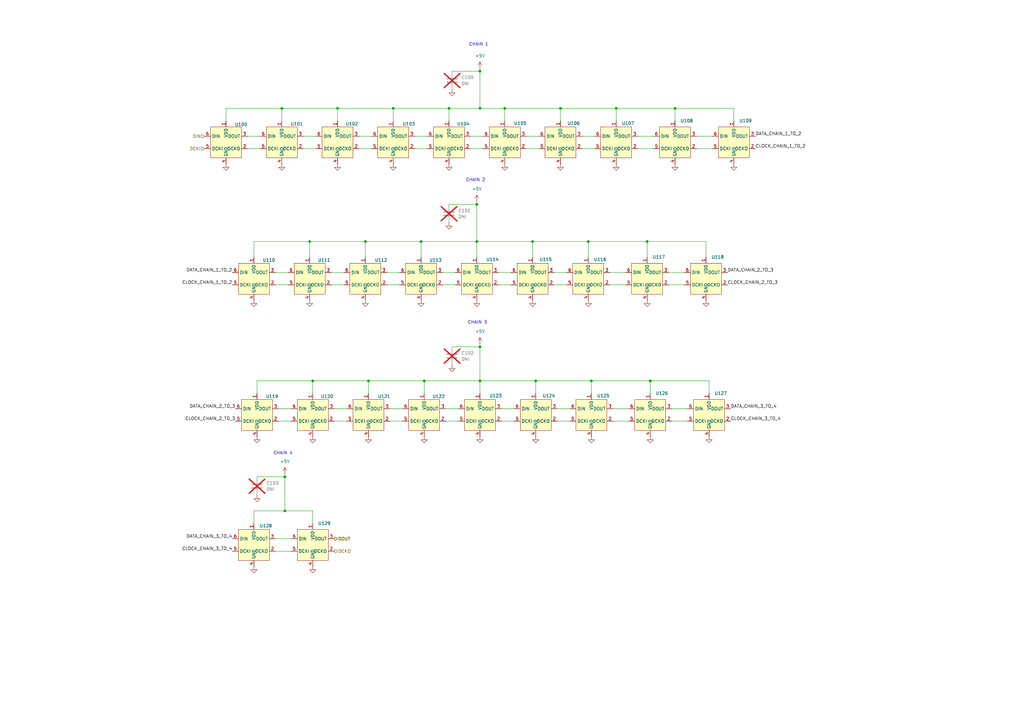
<source format=kicad_sch>
(kicad_sch (version 20231120) (generator "eeschema") (generator_version "8.0")
  (paper "A3")
  (title_block (title "F1 LED CIRCUIT PROJECT") (date "2024-04-10") (rev "v1.0") (company "JITTER"))
  (lib_symbols
    (symbol "Device:C" (pin_numbers hide) (pin_names (offset 0.254))
      (property "Reference" "C" (at 0.635 2.54 0))
      (property "Value" "C" (at 0.635 -2.54 0))
      (symbol "C_0_1"
        (polyline (pts (xy -2.032 -0.762) (xy 2.032 -0.762)) (stroke (width 0.508)))
        (polyline (pts (xy -2.032 0.762) (xy 2.032 0.762)) (stroke (width 0.508)))
      )
      (symbol "C_1_1"
        (pin passive line (at 0 3.81 270) (length 2.794) (name "~") (number "1"))
        (pin passive line (at 0 -3.81 90) (length 2.794) (name "~") (number "2"))
      )
    )
    (symbol "F1-LED-CIRCUIT-LIBRARY:HD108-2020"
      (property "Reference" "U" (at 0 19.558 0))
      (symbol "HD108-2020_1_1"
        (rectangle (start -6.35 6.35) (end 6.35 -6.35) (stroke (width 0) (color 132 0 0 1)) (fill (type background)))
        (pin power_in line (at 0 8.89 270) (length 2.54) (name "VDD") (number "1"))
        (pin output line (at 8.89 -2.54 180) (length 2.54) (name "DCKO") (number "2"))
        (pin output line (at 8.89 2.54 180) (length 2.54) (name "DOUT") (number "3"))
        (pin power_in line (at 0 -8.89 90) (length 2.54) (name "GND") (number "4"))
        (pin input line (at -8.89 -2.54 0) (length 2.54) (name "DCKI") (number "5"))
        (pin input line (at -8.89 2.54 0) (length 2.54) (name "DIN") (number "6"))
      )
    )
    (symbol "adams_library_symbols:GND" (power) (pin_names (offset 0))
      (property "Value" "GND" (at 0 -3.81 0))
      (symbol "GND_0_1"
        (polyline (pts (xy 0 0) (xy 0 -1.27) (xy 1.27 -1.27) (xy 0 -2.54) (xy -1.27 -1.27) (xy 0 -1.27)))
      )
      (symbol "GND_1_1"
        (pin power_in line (at 0 0 270) (length 0) hide (name "GND") (number "1"))
      )
    )
    (symbol "power:+5V" (power) (pin_numbers hide) (pin_names (offset 0) hide)
      (property "Value" "+5V" (at 0 3.556 0))
      (symbol "+5V_0_1"
        (polyline (pts (xy -0.762 1.27) (xy 0 2.54)))
        (polyline (pts (xy 0 0) (xy 0 2.54)))
        (polyline (pts (xy 0 2.54) (xy 0.762 1.27)))
      )
      (symbol "+5V_1_1"
        (pin power_in line (at 0 0 90) (length 0) (name "~") (number "1"))
      )
    )
    (symbol "power:GND" (power) (pin_numbers hide) (pin_names (offset 0) hide)
      (property "Value" "GND" (at 0 -3.81 0))
      (symbol "GND_0_1"
        (polyline (pts (xy 0 0) (xy 0 -1.27) (xy 1.27 -1.27) (xy 0 -2.54) (xy -1.27 -1.27) (xy 0 -1.27)))
      )
      (symbol "GND_1_1"
        (pin power_in line (at 0 0 270) (length 0) (name "~") (number "1"))
      )
    )
  )
  (junction (at 229.87 44.45))
  (junction (at 196.85 142.24))
  (junction (at 172.72 99.06))
  (junction (at 195.58 99.06))
  (junction (at 242.57 156.21))
  (junction (at 161.29 44.45))
  (junction (at 219.71 156.21))
  (junction (at 218.44 99.06))
  (junction (at 184.15 44.45))
  (junction (at 151.13 156.21))
  (junction (at 138.43 44.45))
  (junction (at 207.01 44.45))
  (junction (at 266.7 156.21))
  (junction (at 173.99 156.21))
  (junction (at 127 99.06))
  (junction (at 241.3 99.06))
  (junction (at 128.27 156.21))
  (junction (at 195.58 83.82))
  (junction (at 116.84 195.58))
  (junction (at 265.43 99.06))
  (junction (at 116.84 209.55))
  (junction (at 276.86 44.45))
  (junction (at 115.57 44.45))
  (junction (at 252.73 44.45))
  (junction (at 149.86 99.06))
  (junction (at 196.85 29.21))
  (junction (at 196.85 44.45))
  (junction (at 196.85 156.21))
  (wire (pts (xy 215.9 55.88) (xy 220.98 55.88)))
  (wire (pts (xy 285.75 60.96) (xy 292.1 60.96)))
  (wire (pts (xy 104.14 209.55) (xy 104.14 214.63)))
  (wire (pts (xy 173.99 156.21) (xy 196.85 156.21)))
  (wire (pts (xy 250.19 116.84) (xy 256.54 116.84)))
  (wire (pts (xy 182.88 172.72) (xy 187.96 172.72)))
  (wire (pts (xy 151.13 156.21) (xy 151.13 161.29)))
  (wire (pts (xy 218.44 99.06) (xy 241.3 99.06)))
  (wire (pts (xy 115.57 44.45) (xy 138.43 44.45)))
  (wire (pts (xy 266.7 156.21) (xy 290.83 156.21)))
  (wire (pts (xy 128.27 209.55) (xy 128.27 214.63)))
  (wire (pts (xy 101.6 60.96) (xy 106.68 60.96)))
  (wire (pts (xy 104.14 105.41) (xy 104.14 99.06)))
  (wire (pts (xy 147.32 55.88) (xy 152.4 55.88)))
  (wire (pts (xy 195.58 83.82) (xy 195.58 99.06)))
  (wire (pts (xy 274.32 111.76) (xy 280.67 111.76)))
  (wire (pts (xy 184.15 83.82) (xy 195.58 83.82)))
  (wire (pts (xy 184.15 44.45) (xy 184.15 49.53)))
  (wire (pts (xy 158.75 111.76) (xy 163.83 111.76)))
  (wire (pts (xy 170.18 55.88) (xy 175.26 55.88)))
  (wire (pts (xy 170.18 60.96) (xy 175.26 60.96)))
  (wire (pts (xy 266.7 156.21) (xy 266.7 161.29)))
  (wire (pts (xy 128.27 156.21) (xy 128.27 161.29)))
  (wire (pts (xy 195.58 82.55) (xy 195.58 83.82)))
  (wire (pts (xy 241.3 99.06) (xy 265.43 99.06)))
  (wire (pts (xy 218.44 99.06) (xy 218.44 105.41)))
  (wire (pts (xy 124.46 55.88) (xy 129.54 55.88)))
  (wire (pts (xy 193.04 60.96) (xy 198.12 60.96)))
  (wire (pts (xy 256.54 111.76) (xy 250.19 111.76)))
  (wire (pts (xy 116.84 209.55) (xy 128.27 209.55)))
  (wire (pts (xy 195.58 99.06) (xy 218.44 99.06)))
  (wire (pts (xy 276.86 44.45) (xy 300.99 44.45)))
  (wire (pts (xy 127 99.06) (xy 149.86 99.06)))
  (wire (pts (xy 207.01 44.45) (xy 229.87 44.45)))
  (wire (pts (xy 181.61 116.84) (xy 186.69 116.84)))
  (wire (pts (xy 238.76 60.96) (xy 243.84 60.96)))
  (wire (pts (xy 173.99 156.21) (xy 173.99 161.29)))
  (wire (pts (xy 161.29 44.45) (xy 161.29 49.53)))
  (wire (pts (xy 149.86 99.06) (xy 172.72 99.06)))
  (wire (pts (xy 257.81 167.64) (xy 251.46 167.64)))
  (wire (pts (xy 251.46 172.72) (xy 257.81 172.72)))
  (wire (pts (xy 300.99 44.45) (xy 300.99 49.53)))
  (wire (pts (xy 185.42 29.21) (xy 196.85 29.21)))
  (wire (pts (xy 124.46 60.96) (xy 129.54 60.96)))
  (wire (pts (xy 219.71 156.21) (xy 219.71 161.29)))
  (wire (pts (xy 147.32 60.96) (xy 152.4 60.96)))
  (wire (pts (xy 105.41 195.58) (xy 116.84 195.58)))
  (wire (pts (xy 196.85 156.21) (xy 196.85 161.29)))
  (wire (pts (xy 114.3 167.64) (xy 119.38 167.64)))
  (wire (pts (xy 92.71 44.45) (xy 115.57 44.45)))
  (wire (pts (xy 181.61 111.76) (xy 186.69 111.76)))
  (wire (pts (xy 204.47 116.84) (xy 209.55 116.84)))
  (wire (pts (xy 205.74 167.64) (xy 210.82 167.64)))
  (wire (pts (xy 138.43 44.45) (xy 161.29 44.45)))
  (wire (pts (xy 196.85 27.94) (xy 196.85 29.21)))
  (wire (pts (xy 228.6 167.64) (xy 233.68 167.64)))
  (wire (pts (xy 119.38 220.98) (xy 113.03 220.98)))
  (wire (pts (xy 158.75 116.84) (xy 163.83 116.84)))
  (wire (pts (xy 196.85 140.97) (xy 196.85 142.24)))
  (wire (pts (xy 274.32 116.84) (xy 280.67 116.84)))
  (wire (pts (xy 172.72 99.06) (xy 195.58 99.06)))
  (wire (pts (xy 275.59 167.64) (xy 281.94 167.64)))
  (wire (pts (xy 205.74 172.72) (xy 210.82 172.72)))
  (wire (pts (xy 207.01 44.45) (xy 207.01 49.53)))
  (wire (pts (xy 289.56 99.06) (xy 289.56 105.41)))
  (wire (pts (xy 229.87 44.45) (xy 252.73 44.45)))
  (wire (pts (xy 149.86 99.06) (xy 149.86 105.41)))
  (wire (pts (xy 116.84 195.58) (xy 116.84 209.55)))
  (wire (pts (xy 265.43 99.06) (xy 265.43 105.41)))
  (wire (pts (xy 290.83 156.21) (xy 290.83 161.29)))
  (wire (pts (xy 151.13 156.21) (xy 173.99 156.21)))
  (wire (pts (xy 115.57 44.45) (xy 115.57 49.53)))
  (wire (pts (xy 196.85 142.24) (xy 196.85 156.21)))
  (wire (pts (xy 227.33 111.76) (xy 232.41 111.76)))
  (wire (pts (xy 196.85 29.21) (xy 196.85 44.45)))
  (wire (pts (xy 135.89 111.76) (xy 140.97 111.76)))
  (wire (pts (xy 114.3 172.72) (xy 119.38 172.72)))
  (wire (pts (xy 113.03 226.06) (xy 119.38 226.06)))
  (wire (pts (xy 182.88 167.64) (xy 187.96 167.64)))
  (wire (pts (xy 128.27 156.21) (xy 151.13 156.21)))
  (wire (pts (xy 252.73 44.45) (xy 252.73 49.53)))
  (wire (pts (xy 135.89 116.84) (xy 140.97 116.84)))
  (wire (pts (xy 127 99.06) (xy 127 105.41)))
  (wire (pts (xy 267.97 55.88) (xy 261.62 55.88)))
  (wire (pts (xy 195.58 99.06) (xy 195.58 105.41)))
  (wire (pts (xy 275.59 172.72) (xy 281.94 172.72)))
  (wire (pts (xy 113.03 111.76) (xy 118.11 111.76)))
  (wire (pts (xy 215.9 60.96) (xy 220.98 60.96)))
  (wire (pts (xy 101.6 55.88) (xy 106.68 55.88)))
  (wire (pts (xy 204.47 111.76) (xy 209.55 111.76)))
  (wire (pts (xy 252.73 44.45) (xy 276.86 44.45)))
  (wire (pts (xy 196.85 44.45) (xy 207.01 44.45)))
  (wire (pts (xy 105.41 156.21) (xy 128.27 156.21)))
  (wire (pts (xy 238.76 55.88) (xy 243.84 55.88)))
  (wire (pts (xy 137.16 167.64) (xy 142.24 167.64)))
  (wire (pts (xy 242.57 156.21) (xy 242.57 161.29)))
  (wire (pts (xy 138.43 44.45) (xy 138.43 49.53)))
  (wire (pts (xy 184.15 44.45) (xy 196.85 44.45)))
  (wire (pts (xy 160.02 172.72) (xy 165.1 172.72)))
  (wire (pts (xy 160.02 167.64) (xy 165.1 167.64)))
  (wire (pts (xy 161.29 44.45) (xy 184.15 44.45)))
  (wire (pts (xy 219.71 156.21) (xy 242.57 156.21)))
  (wire (pts (xy 228.6 172.72) (xy 233.68 172.72)))
  (wire (pts (xy 242.57 156.21) (xy 266.7 156.21)))
  (wire (pts (xy 261.62 60.96) (xy 267.97 60.96)))
  (wire (pts (xy 265.43 99.06) (xy 289.56 99.06)))
  (wire (pts (xy 241.3 99.06) (xy 241.3 105.41)))
  (wire (pts (xy 92.71 49.53) (xy 92.71 44.45)))
  (wire (pts (xy 229.87 44.45) (xy 229.87 49.53)))
  (wire (pts (xy 185.42 142.24) (xy 196.85 142.24)))
  (wire (pts (xy 193.04 55.88) (xy 198.12 55.88)))
  (wire (pts (xy 196.85 156.21) (xy 219.71 156.21)))
  (wire (pts (xy 113.03 116.84) (xy 118.11 116.84)))
  (wire (pts (xy 104.14 99.06) (xy 127 99.06)))
  (wire (pts (xy 105.41 161.29) (xy 105.41 156.21)))
  (wire (pts (xy 116.84 194.31) (xy 116.84 195.58)))
  (wire (pts (xy 227.33 116.84) (xy 232.41 116.84)))
  (wire (pts (xy 137.16 172.72) (xy 142.24 172.72)))
  (wire (pts (xy 285.75 55.88) (xy 292.1 55.88)))
  (wire (pts (xy 276.86 44.45) (xy 276.86 49.53)))
  (wire (pts (xy 172.72 99.06) (xy 172.72 105.41)))
  (wire (pts (xy 104.14 209.55) (xy 116.84 209.55)))
  (text "CHAIN 4" (at 116.078 185.928 0) (effects (font (size 1.27 1.27))))
  (text "CHAIN 3" (at 195.834 132.334 0) (effects (font (size 1.27 1.27))))
  (text "CHAIN 1" (at 196.342 18.288 0) (effects (font (size 1.27 1.27))))
  (text "CHAIN 2" (at 195.072 73.914 0) (effects (font (size 1.27 1.27))))
  (label "CLOCK_CHAIN_2_TO_3" (at 96.52 172.72 180))
  (label "CLOCK_CHAIN_1_TO_2" (at 309.88 60.96 0))
  (label "CLOCK_CHAIN_3_TO_4" (at 95.25 226.06 180))
  (label "DATA_CHAIN_3_TO_4" (at 299.72 167.64 0))
  (label "DATA_CHAIN_1_TO_2" (at 95.25 111.76 180))
  (label "DATA_CHAIN_2_TO_3" (at 96.52 167.64 180))
  (label "DATA_CHAIN_3_TO_4" (at 95.25 220.98 180))
  (label "CLOCK_CHAIN_2_TO_3" (at 298.45 116.84 0))
  (label "CLOCK_CHAIN_1_TO_2" (at 95.25 116.84 180))
  (label "CLOCK_CHAIN_3_TO_4" (at 299.72 172.72 0))
  (label "DATA_CHAIN_1_TO_2" (at 309.88 55.88 0))
  (label "DATA_CHAIN_2_TO_3" (at 298.45 111.76 0))
  (hierarchical_label "DIN" (shape input) (at 83.82 55.88 180))
  (hierarchical_label "DCKO" (shape output) (at 137.16 226.06 0))
  (hierarchical_label "DCKI" (shape input) (at 83.82 60.96 180))
  (hierarchical_label "DOUT" (shape output) (at 137.16 220.98 0))
  (hierarchical_label "DOUT" (shape output) (at 137.16 220.98 0))
  (symbol (lib_id "adams_library_symbols:GND") (at 92.71 67.31 0) (unit 1)
    (property "Reference" "#PWR0102" (effects (hide yes)))
    (property "Value" "GND" (effects (hide yes)))
    (property "Description" "Power symbol creates a global label with name \"GND\" , ground" (effects (hide yes)))
    (instances (project "f1-led-circuit_20x20" (path "" (reference "#PWR0102") (unit 1)) (path "" (reference "#PWR0175") (unit 1)) (path "" (reference "#PWR024") (unit 1)) (path "" (reference "#PWR072") (unit 1)) (path "" (reference "#PWR0148") (unit 1)) (path "" (reference "#PWR0228") (unit 1)) (path "" (reference "#PWR0266") (unit 1))))
  )
  (symbol (lib_id "F1-LED-CIRCUIT-LIBRARY:HD108-2020") (at 290.83 170.18 0) (unit 1)
    (property "Reference" "U127" (at 293.0241 161.29 0) (effects (justify left)))
    (property "Value" "HD108-2020" (effects (hide yes)))
    (property "Footprint" "F1-LED-CIRCUIT-LIBRARY:HD108-2020" (effects (hide yes)))
    (property "Description" "HD108-2020 RGB LED" (effects (hide yes)))
    (property "MPN" "HD108-2020" (effects (hide yes)))
    (instances (project "f1-led-circuit_20x20" (path "" (reference "U127") (unit 1)) (path "" (reference "U157") (unit 1)) (path "" (reference "U37") (unit 1)) (path "" (reference "U67") (unit 1)) (path "" (reference "U97") (unit 1)) (path "" (reference "U187") (unit 1)) (path "" (reference "U221") (unit 1))))
  )
  (symbol (lib_id "Device:C") (at 185.42 146.05 0) (unit 1) (dnp yes)
    (property "Reference" "C102" (at 189.23 144.7799 0) (effects (justify left)))
    (property "Value" "DNI" (at 189.23 147.3199 0) (effects (justify left)))
    (property "Footprint" "Capacitor_SMD:C_0805_2012Metric" (effects (hide yes)))
    (property "Description" "Unpolarized capacitor" (effects (hide yes)))
    (instances (project "f1-led-circuit_20x20" (path "" (reference "C102") (unit 1)) (path "" (reference "C132") (unit 1)) (path "" (reference "C13") (unit 1)) (path "" (reference "C42") (unit 1)) (path "" (reference "C72") (unit 1)) (path "" (reference "C162") (unit 1)) (path "" (reference "C192") (unit 1))))
  )
  (symbol (lib_id "adams_library_symbols:GND") (at 289.56 123.19 0) (unit 1)
    (property "Reference" "#PWR0122" (effects (hide yes)))
    (property "Value" "GND" (effects (hide yes)))
    (property "Description" "Power symbol creates a global label with name \"GND\" , ground" (effects (hide yes)))
    (instances (project "f1-led-circuit_20x20" (path "" (reference "#PWR0122") (unit 1)) (path "" (reference "#PWR0196") (unit 1)) (path "" (reference "#PWR054") (unit 1)) (path "" (reference "#PWR092") (unit 1)) (path "" (reference "#PWR0168") (unit 1)) (path "" (reference "#PWR0248") (unit 1)) (path "" (reference "#PWR0286") (unit 1))))
  )
  (symbol (lib_id "adams_library_symbols:GND") (at 105.41 179.07 0) (unit 1)
    (property "Reference" "#PWR0125" (effects (hide yes)))
    (property "Value" "GND" (effects (hide yes)))
    (property "Description" "Power symbol creates a global label with name \"GND\" , ground" (effects (hide yes)))
    (instances (project "f1-led-circuit_20x20" (path "" (reference "#PWR0125") (unit 1)) (path "" (reference "#PWR0199") (unit 1)) (path "" (reference "#PWR057") (unit 1)) (path "" (reference "#PWR095") (unit 1)) (path "" (reference "#PWR0171") (unit 1)) (path "" (reference "#PWR0251") (unit 1)) (path "" (reference "#PWR0289") (unit 1))))
  )
  (symbol (lib_id "adams_library_symbols:GND") (at 195.58 123.19 0) (unit 1)
    (property "Reference" "#PWR0118" (effects (hide yes)))
    (property "Value" "GND" (effects (hide yes)))
    (property "Description" "Power symbol creates a global label with name \"GND\" , ground" (effects (hide yes)))
    (instances (project "f1-led-circuit_20x20" (path "" (reference "#PWR0118") (unit 1)) (path "" (reference "#PWR0191") (unit 1)) (path "" (reference "#PWR050") (unit 1)) (path "" (reference "#PWR088") (unit 1)) (path "" (reference "#PWR0164") (unit 1)) (path "" (reference "#PWR0244") (unit 1)) (path "" (reference "#PWR0282") (unit 1))))
  )
  (symbol (lib_id "F1-LED-CIRCUIT-LIBRARY:HD108-2020") (at 128.27 223.52 0) (unit 1)
    (property "Reference" "U129" (at 130.4641 214.63 0) (effects (justify left)))
    (property "Value" "HD108-2020" (effects (hide yes)))
    (property "Footprint" "F1-LED-CIRCUIT-LIBRARY:HD108-2020" (effects (hide yes)))
    (property "Description" "HD108-2020 RGB LED" (effects (hide yes)))
    (property "MPN" "HD108-2020" (effects (hide yes)))
    (instances (project "f1-led-circuit_20x20" (path "" (reference "U129") (unit 1)) (path "" (reference "U159") (unit 1)) (path "" (reference "U39") (unit 1)) (path "" (reference "U69") (unit 1)) (path "" (reference "U99") (unit 1)) (path "" (reference "U189") (unit 1)) (path "" (reference "U223") (unit 1))))
  )
  (symbol (lib_id "adams_library_symbols:GND") (at 104.14 123.19 0) (unit 1)
    (property "Reference" "#PWR0114" (effects (hide yes)))
    (property "Value" "GND" (effects (hide yes)))
    (property "Description" "Power symbol creates a global label with name \"GND\" , ground" (effects (hide yes)))
    (instances (project "f1-led-circuit_20x20" (path "" (reference "#PWR0114") (unit 1)) (path "" (reference "#PWR0187") (unit 1)) (path "" (reference "#PWR046") (unit 1)) (path "" (reference "#PWR084") (unit 1)) (path "" (reference "#PWR0160") (unit 1)) (path "" (reference "#PWR0240") (unit 1)) (path "" (reference "#PWR0278") (unit 1))))
  )
  (symbol (lib_id "F1-LED-CIRCUIT-LIBRARY:HD108-2020") (at 104.14 114.3 0) (unit 1)
    (property "Reference" "U110" (at 107.696 106.68 0) (effects (justify left)))
    (property "Value" "HD108-2020" (effects (hide yes)))
    (property "Footprint" "F1-LED-CIRCUIT-LIBRARY:HD108-2020" (effects (hide yes)))
    (property "Description" "HD108-2020 RGB LED" (effects (hide yes)))
    (property "MPN" "HD108-2020" (effects (hide yes)))
    (instances (project "f1-led-circuit_20x20" (path "" (reference "U110") (unit 1)) (path "" (reference "U140") (unit 1)) (path "" (reference "U20") (unit 1)) (path "" (reference "U50") (unit 1)) (path "" (reference "U80") (unit 1)) (path "" (reference "U170") (unit 1)) (path "" (reference "U204") (unit 1))))
  )
  (symbol (lib_id "adams_library_symbols:GND") (at 241.3 123.19 0) (unit 1)
    (property "Reference" "#PWR0120" (effects (hide yes)))
    (property "Value" "GND" (effects (hide yes)))
    (property "Description" "Power symbol creates a global label with name \"GND\" , ground" (effects (hide yes)))
    (instances (project "f1-led-circuit_20x20" (path "" (reference "#PWR0120") (unit 1)) (path "" (reference "#PWR0193") (unit 1)) (path "" (reference "#PWR052") (unit 1)) (path "" (reference "#PWR090") (unit 1)) (path "" (reference "#PWR0166") (unit 1)) (path "" (reference "#PWR0246") (unit 1)) (path "" (reference "#PWR0284") (unit 1))))
  )
  (symbol (lib_id "power:+5V") (at 195.58 82.55 0) (unit 1)
    (property "Reference" "#PWR0112" (effects (hide yes)))
    (property "Value" "+5V" (at 195.58 77.47 0))
    (property "Description" "Power symbol creates a global label with name \"+5V\"" (effects (hide yes)))
    (instances (project "f1-led-circuit_20x20" (path "" (reference "#PWR0112") (unit 1)) (path "" (reference "#PWR0185") (unit 1)) (path "" (reference "#PWR044") (unit 1)) (path "" (reference "#PWR082") (unit 1)) (path "" (reference "#PWR0158") (unit 1)) (path "" (reference "#PWR0238") (unit 1)) (path "" (reference "#PWR0276") (unit 1))))
  )
  (symbol (lib_id "F1-LED-CIRCUIT-LIBRARY:HD108-2020") (at 219.71 170.18 0) (unit 1)
    (property "Reference" "U124" (at 222.504 162.306 0) (effects (justify left)))
    (property "Value" "HD108-2020" (effects (hide yes)))
    (property "Footprint" "F1-LED-CIRCUIT-LIBRARY:HD108-2020" (effects (hide yes)))
    (property "Description" "HD108-2020 RGB LED" (effects (hide yes)))
    (property "MPN" "HD108-2020" (effects (hide yes)))
    (instances (project "f1-led-circuit_20x20" (path "" (reference "U124") (unit 1)) (path "" (reference "U154") (unit 1)) (path "" (reference "U34") (unit 1)) (path "" (reference "U64") (unit 1)) (path "" (reference "U94") (unit 1)) (path "" (reference "U184") (unit 1)) (path "" (reference "U218") (unit 1))))
  )
  (symbol (lib_id "adams_library_symbols:GND") (at 242.57 179.07 0) (unit 1)
    (property "Reference" "#PWR0131" (effects (hide yes)))
    (property "Value" "GND" (effects (hide yes)))
    (property "Description" "Power symbol creates a global label with name \"GND\" , ground" (effects (hide yes)))
    (instances (project "f1-led-circuit_20x20" (path "" (reference "#PWR0131") (unit 1)) (path "" (reference "#PWR0205") (unit 1)) (path "" (reference "#PWR063") (unit 1)) (path "" (reference "#PWR0139") (unit 1)) (path "" (reference "#PWR0216") (unit 1)) (path "" (reference "#PWR0257") (unit 1)) (path "" (reference "#PWR0295") (unit 1))))
  )
  (symbol (lib_id "F1-LED-CIRCUIT-LIBRARY:HD108-2020") (at 242.57 170.18 0) (unit 1)
    (property "Reference" "U125" (at 244.856 162.306 0) (effects (justify left)))
    (property "Value" "HD108-2020" (effects (hide yes)))
    (property "Footprint" "F1-LED-CIRCUIT-LIBRARY:HD108-2020" (effects (hide yes)))
    (property "Description" "HD108-2020 RGB LED" (effects (hide yes)))
    (property "MPN" "HD108-2020" (effects (hide yes)))
    (instances (project "f1-led-circuit_20x20" (path "" (reference "U125") (unit 1)) (path "" (reference "U155") (unit 1)) (path "" (reference "U35") (unit 1)) (path "" (reference "U65") (unit 1)) (path "" (reference "U95") (unit 1)) (path "" (reference "U185") (unit 1)) (path "" (reference "U219") (unit 1))))
  )
  (symbol (lib_id "adams_library_symbols:GND") (at 115.57 67.31 0) (unit 1)
    (property "Reference" "#PWR0103" (effects (hide yes)))
    (property "Value" "GND" (effects (hide yes)))
    (property "Description" "Power symbol creates a global label with name \"GND\" , ground" (effects (hide yes)))
    (instances (project "f1-led-circuit_20x20" (path "" (reference "#PWR0103") (unit 1)) (path "" (reference "#PWR0176") (unit 1)) (path "" (reference "#PWR025") (unit 1)) (path "" (reference "#PWR073") (unit 1)) (path "" (reference "#PWR0149") (unit 1)) (path "" (reference "#PWR0229") (unit 1)) (path "" (reference "#PWR0267") (unit 1))))
  )
  (symbol (lib_id "F1-LED-CIRCUIT-LIBRARY:HD108-2020") (at 184.15 58.42 0) (unit 1)
    (property "Reference" "U104" (at 187.452 50.8 0) (effects (justify left)))
    (property "Value" "HD108-2020" (effects (hide yes)))
    (property "Footprint" "F1-LED-CIRCUIT-LIBRARY:HD108-2020" (effects (hide yes)))
    (property "Description" "HD108-2020 RGB LED" (effects (hide yes)))
    (property "MPN" "HD108-2020" (effects (hide yes)))
    (instances (project "f1-led-circuit_20x20" (path "" (reference "U104") (unit 1)) (path "" (reference "U134") (unit 1)) (path "" (reference "U14") (unit 1)) (path "" (reference "U44") (unit 1)) (path "" (reference "U74") (unit 1)) (path "" (reference "U164") (unit 1)) (path "" (reference "U194") (unit 1))))
  )
  (symbol (lib_id "F1-LED-CIRCUIT-LIBRARY:HD108-2020") (at 218.44 114.3 0) (unit 1)
    (property "Reference" "U115" (at 221.234 106.426 0) (effects (justify left)))
    (property "Value" "HD108-2020" (effects (hide yes)))
    (property "Footprint" "F1-LED-CIRCUIT-LIBRARY:HD108-2020" (effects (hide yes)))
    (property "Description" "HD108-2020 RGB LED" (effects (hide yes)))
    (property "MPN" "HD108-2020" (effects (hide yes)))
    (instances (project "f1-led-circuit_20x20" (path "" (reference "U115") (unit 1)) (path "" (reference "U145") (unit 1)) (path "" (reference "U25") (unit 1)) (path "" (reference "U55") (unit 1)) (path "" (reference "U85") (unit 1)) (path "" (reference "U175") (unit 1)) (path "" (reference "U209") (unit 1))))
  )
  (symbol (lib_id "adams_library_symbols:GND") (at 290.83 179.07 0) (unit 1)
    (property "Reference" "#PWR0133" (effects (hide yes)))
    (property "Value" "GND" (effects (hide yes)))
    (property "Description" "Power symbol creates a global label with name \"GND\" , ground" (effects (hide yes)))
    (instances (project "f1-led-circuit_20x20" (path "" (reference "#PWR0133") (unit 1)) (path "" (reference "#PWR0207") (unit 1)) (path "" (reference "#PWR065") (unit 1)) (path "" (reference "#PWR0141") (unit 1)) (path "" (reference "#PWR0218") (unit 1)) (path "" (reference "#PWR0259") (unit 1)) (path "" (reference "#PWR0297") (unit 1))))
  )
  (symbol (lib_id "power:GND") (at 185.42 149.86 0) (unit 1)
    (property "Reference" "#PWR0124" (effects (hide yes)))
    (property "Value" "GND" (effects (hide yes)))
    (property "Description" "Power symbol creates a global label with name \"GND\" , ground" (effects (hide yes)))
    (instances (project "f1-led-circuit_20x20" (path "" (reference "#PWR0124") (unit 1)) (path "" (reference "#PWR0198") (unit 1)) (path "" (reference "#PWR056") (unit 1)) (path "" (reference "#PWR094") (unit 1)) (path "" (reference "#PWR0170") (unit 1)) (path "" (reference "#PWR0250") (unit 1)) (path "" (reference "#PWR0288") (unit 1))))
  )
  (symbol (lib_id "F1-LED-CIRCUIT-LIBRARY:HD108-2020") (at 289.56 114.3 0) (unit 1)
    (property "Reference" "U118" (at 291.7541 105.41 0) (effects (justify left)))
    (property "Value" "HD108-2020" (effects (hide yes)))
    (property "Footprint" "F1-LED-CIRCUIT-LIBRARY:HD108-2020" (effects (hide yes)))
    (property "Description" "HD108-2020 RGB LED" (effects (hide yes)))
    (property "MPN" "HD108-2020" (effects (hide yes)))
    (instances (project "f1-led-circuit_20x20" (path "" (reference "U118") (unit 1)) (path "" (reference "U148") (unit 1)) (path "" (reference "U28") (unit 1)) (path "" (reference "U58") (unit 1)) (path "" (reference "U88") (unit 1)) (path "" (reference "U178") (unit 1)) (path "" (reference "U212") (unit 1))))
  )
  (symbol (lib_id "power:GND") (at 185.42 36.83 0) (unit 1)
    (property "Reference" "#PWR0101" (effects (hide yes)))
    (property "Value" "GND" (effects (hide yes)))
    (property "Description" "Power symbol creates a global label with name \"GND\" , ground" (effects (hide yes)))
    (instances (project "f1-led-circuit_20x20" (path "" (reference "#PWR0101") (unit 1)) (path "" (reference "#PWR0174") (unit 1)) (path "" (reference "#PWR022") (unit 1)) (path "" (reference "#PWR071") (unit 1)) (path "" (reference "#PWR0147") (unit 1)) (path "" (reference "#PWR0227") (unit 1)) (path "" (reference "#PWR0265") (unit 1))))
  )
  (symbol (lib_id "F1-LED-CIRCUIT-LIBRARY:HD108-2020") (at 115.57 58.42 0) (unit 1)
    (property "Reference" "U101" (at 119.126 50.8 0) (effects (justify left)))
    (property "Value" "HD108-2020" (effects (hide yes)))
    (property "Footprint" "F1-LED-CIRCUIT-LIBRARY:HD108-2020" (effects (hide yes)))
    (property "Description" "HD108-2020 RGB LED" (effects (hide yes)))
    (property "MPN" "HD108-2020" (effects (hide yes)))
    (instances (project "f1-led-circuit_20x20" (path "" (reference "U101") (unit 1)) (path "" (reference "U131") (unit 1)) (path "" (reference "U11") (unit 1)) (path "" (reference "U41") (unit 1)) (path "" (reference "U71") (unit 1)) (path "" (reference "U161") (unit 1)) (path "" (reference "U191") (unit 1))))
  )
  (symbol (lib_id "adams_library_symbols:GND") (at 128.27 232.41 0) (unit 1)
    (property "Reference" "#PWR0225" (effects (hide yes)))
    (property "Value" "GND" (effects (hide yes)))
    (property "Description" "Power symbol creates a global label with name \"GND\" , ground" (effects (hide yes)))
    (instances (project "f1-led-circuit_20x20" (path "" (reference "#PWR0225") (unit 1)) (path "" (reference "#PWR0211") (unit 1)) (path "" (reference "#PWR069") (unit 1)) (path "" (reference "#PWR0145") (unit 1)) (path "" (reference "#PWR0222") (unit 1)) (path "" (reference "#PWR0263") (unit 1)) (path "" (reference "#PWR0301") (unit 1))))
  )
  (symbol (lib_id "F1-LED-CIRCUIT-LIBRARY:HD108-2020") (at 128.27 170.18 0) (unit 1)
    (property "Reference" "U120" (at 131.572 162.56 0) (effects (justify left)))
    (property "Value" "HD108-2020" (effects (hide yes)))
    (property "Footprint" "F1-LED-CIRCUIT-LIBRARY:HD108-2020" (effects (hide yes)))
    (property "Description" "HD108-2020 RGB LED" (effects (hide yes)))
    (property "MPN" "HD108-2020" (effects (hide yes)))
    (instances (project "f1-led-circuit_20x20" (path "" (reference "U120") (unit 1)) (path "" (reference "U150") (unit 1)) (path "" (reference "U30") (unit 1)) (path "" (reference "U60") (unit 1)) (path "" (reference "U90") (unit 1)) (path "" (reference "U180") (unit 1)) (path "" (reference "U214") (unit 1))))
  )
  (symbol (lib_id "adams_library_symbols:GND") (at 276.86 67.31 0) (unit 1)
    (property "Reference" "#PWR0110" (effects (hide yes)))
    (property "Value" "GND" (effects (hide yes)))
    (property "Description" "Power symbol creates a global label with name \"GND\" , ground" (effects (hide yes)))
    (instances (project "f1-led-circuit_20x20" (path "" (reference "#PWR0110") (unit 1)) (path "" (reference "#PWR0183") (unit 1)) (path "" (reference "#PWR042") (unit 1)) (path "" (reference "#PWR080") (unit 1)) (path "" (reference "#PWR0156") (unit 1)) (path "" (reference "#PWR0236") (unit 1)) (path "" (reference "#PWR0274") (unit 1))))
  )
  (symbol (lib_id "adams_library_symbols:GND") (at 266.7 179.07 0) (unit 1)
    (property "Reference" "#PWR0132" (effects (hide yes)))
    (property "Value" "GND" (effects (hide yes)))
    (property "Description" "Power symbol creates a global label with name \"GND\" , ground" (effects (hide yes)))
    (instances (project "f1-led-circuit_20x20" (path "" (reference "#PWR0132") (unit 1)) (path "" (reference "#PWR0206") (unit 1)) (path "" (reference "#PWR064") (unit 1)) (path "" (reference "#PWR0140") (unit 1)) (path "" (reference "#PWR0217") (unit 1)) (path "" (reference "#PWR0258") (unit 1)) (path "" (reference "#PWR0296") (unit 1))))
  )
  (symbol (lib_id "F1-LED-CIRCUIT-LIBRARY:HD108-2020") (at 105.41 170.18 0) (unit 1)
    (property "Reference" "U119" (at 108.966 162.56 0) (effects (justify left)))
    (property "Value" "HD108-2020" (effects (hide yes)))
    (property "Footprint" "F1-LED-CIRCUIT-LIBRARY:HD108-2020" (effects (hide yes)))
    (property "Description" "HD108-2020 RGB LED" (effects (hide yes)))
    (property "MPN" "HD108-2020" (effects (hide yes)))
    (instances (project "f1-led-circuit_20x20" (path "" (reference "U119") (unit 1)) (path "" (reference "U149") (unit 1)) (path "" (reference "U29") (unit 1)) (path "" (reference "U59") (unit 1)) (path "" (reference "U89") (unit 1)) (path "" (reference "U179") (unit 1)) (path "" (reference "U213") (unit 1))))
  )
  (symbol (lib_id "F1-LED-CIRCUIT-LIBRARY:HD108-2020") (at 196.85 170.18 0) (unit 1)
    (property "Reference" "U123" (at 200.66 162.306 0) (effects (justify left)))
    (property "Value" "HD108-2020" (effects (hide yes)))
    (property "Footprint" "F1-LED-CIRCUIT-LIBRARY:HD108-2020" (effects (hide yes)))
    (property "Description" "HD108-2020 RGB LED" (effects (hide yes)))
    (property "MPN" "HD108-2020" (effects (hide yes)))
    (instances (project "f1-led-circuit_20x20" (path "" (reference "U123") (unit 1)) (path "" (reference "U153") (unit 1)) (path "" (reference "U33") (unit 1)) (path "" (reference "U63") (unit 1)) (path "" (reference "U93") (unit 1)) (path "" (reference "U183") (unit 1)) (path "" (reference "U217") (unit 1))))
  )
  (symbol (lib_id "F1-LED-CIRCUIT-LIBRARY:HD108-2020") (at 172.72 114.3 0) (unit 1)
    (property "Reference" "U113" (at 176.022 106.68 0) (effects (justify left)))
    (property "Value" "HD108-2020" (effects (hide yes)))
    (property "Footprint" "F1-LED-CIRCUIT-LIBRARY:HD108-2020" (effects (hide yes)))
    (property "Description" "HD108-2020 RGB LED" (effects (hide yes)))
    (property "MPN" "HD108-2020" (effects (hide yes)))
    (instances (project "f1-led-circuit_20x20" (path "" (reference "U113") (unit 1)) (path "" (reference "U143") (unit 1)) (path "" (reference "U23") (unit 1)) (path "" (reference "U53") (unit 1)) (path "" (reference "U83") (unit 1)) (path "" (reference "U173") (unit 1)) (path "" (reference "U207") (unit 1))))
  )
  (symbol (lib_id "F1-LED-CIRCUIT-LIBRARY:HD108-2020") (at 265.43 114.3 0) (unit 1)
    (property "Reference" "U117" (at 267.6241 105.41 0) (effects (justify left)))
    (property "Value" "HD108-2020" (effects (hide yes)))
    (property "Footprint" "F1-LED-CIRCUIT-LIBRARY:HD108-2020" (effects (hide yes)))
    (property "Description" "HD108-2020 RGB LED" (effects (hide yes)))
    (property "MPN" "HD108-2020" (effects (hide yes)))
    (instances (project "f1-led-circuit_20x20" (path "" (reference "U117") (unit 1)) (path "" (reference "U147") (unit 1)) (path "" (reference "U27") (unit 1)) (path "" (reference "U57") (unit 1)) (path "" (reference "U87") (unit 1)) (path "" (reference "U177") (unit 1)) (path "" (reference "U211") (unit 1))))
  )
  (symbol (lib_id "adams_library_symbols:GND") (at 172.72 123.19 0) (unit 1)
    (property "Reference" "#PWR0117" (effects (hide yes)))
    (property "Value" "GND" (effects (hide yes)))
    (property "Description" "Power symbol creates a global label with name \"GND\" , ground" (effects (hide yes)))
    (instances (project "f1-led-circuit_20x20" (path "" (reference "#PWR0117") (unit 1)) (path "" (reference "#PWR0190") (unit 1)) (path "" (reference "#PWR049") (unit 1)) (path "" (reference "#PWR087") (unit 1)) (path "" (reference "#PWR0163") (unit 1)) (path "" (reference "#PWR0243") (unit 1)) (path "" (reference "#PWR0281") (unit 1))))
  )
  (symbol (lib_id "F1-LED-CIRCUIT-LIBRARY:HD108-2020") (at 300.99 58.42 0) (unit 1)
    (property "Reference" "U109" (at 303.1841 49.53 0) (effects (justify left)))
    (property "Value" "HD108-2020" (effects (hide yes)))
    (property "Footprint" "F1-LED-CIRCUIT-LIBRARY:HD108-2020" (effects (hide yes)))
    (property "Description" "HD108-2020 RGB LED" (effects (hide yes)))
    (property "MPN" "HD108-2020" (effects (hide yes)))
    (instances (project "f1-led-circuit_20x20" (path "" (reference "U109") (unit 1)) (path "" (reference "U139") (unit 1)) (path "" (reference "U19") (unit 1)) (path "" (reference "U49") (unit 1)) (path "" (reference "U79") (unit 1)) (path "" (reference "U169") (unit 1)) (path "" (reference "U199") (unit 1))))
  )
  (symbol (lib_id "adams_library_symbols:GND") (at 104.14 232.41 0) (unit 1)
    (property "Reference" "#PWR0224" (effects (hide yes)))
    (property "Value" "GND" (effects (hide yes)))
    (property "Description" "Power symbol creates a global label with name \"GND\" , ground" (effects (hide yes)))
    (instances (project "f1-led-circuit_20x20" (path "" (reference "#PWR0224") (unit 1)) (path "" (reference "#PWR0210") (unit 1)) (path "" (reference "#PWR068") (unit 1)) (path "" (reference "#PWR0144") (unit 1)) (path "" (reference "#PWR0221") (unit 1)) (path "" (reference "#PWR0262") (unit 1)) (path "" (reference "#PWR0300") (unit 1))))
  )
  (symbol (lib_id "Device:C") (at 105.41 199.39 0) (unit 1) (dnp yes)
    (property "Reference" "C103" (at 109.22 198.1199 0) (effects (justify left)))
    (property "Value" "DNI" (at 109.22 200.6599 0) (effects (justify left)))
    (property "Footprint" "Capacitor_SMD:C_0805_2012Metric" (effects (hide yes)))
    (property "Description" "Unpolarized capacitor" (effects (hide yes)))
    (instances (project "f1-led-circuit_20x20" (path "" (reference "C103") (unit 1)) (path "" (reference "C133") (unit 1)) (path "" (reference "C14") (unit 1)) (path "" (reference "C43") (unit 1)) (path "" (reference "C73") (unit 1)) (path "" (reference "C163") (unit 1)) (path "" (reference "C193") (unit 1))))
  )
  (symbol (lib_id "adams_library_symbols:GND") (at 265.43 123.19 0) (unit 1)
    (property "Reference" "#PWR0121" (effects (hide yes)))
    (property "Value" "GND" (effects (hide yes)))
    (property "Description" "Power symbol creates a global label with name \"GND\" , ground" (effects (hide yes)))
    (instances (project "f1-led-circuit_20x20" (path "" (reference "#PWR0121") (unit 1)) (path "" (reference "#PWR0194") (unit 1)) (path "" (reference "#PWR053") (unit 1)) (path "" (reference "#PWR091") (unit 1)) (path "" (reference "#PWR0167") (unit 1)) (path "" (reference "#PWR0247") (unit 1)) (path "" (reference "#PWR0285") (unit 1))))
  )
  (symbol (lib_id "F1-LED-CIRCUIT-LIBRARY:HD108-2020") (at 138.43 58.42 0) (unit 1)
    (property "Reference" "U102" (at 141.732 50.8 0) (effects (justify left)))
    (property "Value" "HD108-2020" (effects (hide yes)))
    (property "Footprint" "F1-LED-CIRCUIT-LIBRARY:HD108-2020" (effects (hide yes)))
    (property "Description" "HD108-2020 RGB LED" (effects (hide yes)))
    (property "MPN" "HD108-2020" (effects (hide yes)))
    (instances (project "f1-led-circuit_20x20" (path "" (reference "U102") (unit 1)) (path "" (reference "U132") (unit 1)) (path "" (reference "U12") (unit 1)) (path "" (reference "U42") (unit 1)) (path "" (reference "U72") (unit 1)) (path "" (reference "U162") (unit 1)) (path "" (reference "U192") (unit 1))))
  )
  (symbol (lib_id "Device:C") (at 184.15 87.63 0) (unit 1) (dnp yes)
    (property "Reference" "C101" (at 187.96 86.3599 0) (effects (justify left)))
    (property "Value" "DNI" (at 187.96 88.8999 0) (effects (justify left)))
    (property "Footprint" "Capacitor_SMD:C_0805_2012Metric" (effects (hide yes)))
    (property "Description" "Unpolarized capacitor" (effects (hide yes)))
    (instances (project "f1-led-circuit_20x20" (path "" (reference "C101") (unit 1)) (path "" (reference "C131") (unit 1)) (path "" (reference "C12") (unit 1)) (path "" (reference "C41") (unit 1)) (path "" (reference "C71") (unit 1)) (path "" (reference "C161") (unit 1)) (path "" (reference "C191") (unit 1))))
  )
  (symbol (lib_id "adams_library_symbols:GND") (at 161.29 67.31 0) (unit 1)
    (property "Reference" "#PWR0105" (effects (hide yes)))
    (property "Value" "GND" (effects (hide yes)))
    (property "Description" "Power symbol creates a global label with name \"GND\" , ground" (effects (hide yes)))
    (instances (project "f1-led-circuit_20x20" (path "" (reference "#PWR0105") (unit 1)) (path "" (reference "#PWR0178") (unit 1)) (path "" (reference "#PWR028") (unit 1)) (path "" (reference "#PWR075") (unit 1)) (path "" (reference "#PWR0151") (unit 1)) (path "" (reference "#PWR0231") (unit 1)) (path "" (reference "#PWR0269") (unit 1))))
  )
  (symbol (lib_id "power:GND") (at 105.41 203.2 0) (unit 1)
    (property "Reference" "#PWR0223" (effects (hide yes)))
    (property "Value" "GND" (effects (hide yes)))
    (property "Description" "Power symbol creates a global label with name \"GND\" , ground" (effects (hide yes)))
    (instances (project "f1-led-circuit_20x20" (path "" (reference "#PWR0223") (unit 1)) (path "" (reference "#PWR0209") (unit 1)) (path "" (reference "#PWR067") (unit 1)) (path "" (reference "#PWR0143") (unit 1)) (path "" (reference "#PWR0220") (unit 1)) (path "" (reference "#PWR0261") (unit 1)) (path "" (reference "#PWR0299") (unit 1))))
  )
  (symbol (lib_id "adams_library_symbols:GND") (at 128.27 179.07 0) (unit 1)
    (property "Reference" "#PWR0126" (effects (hide yes)))
    (property "Value" "GND" (effects (hide yes)))
    (property "Description" "Power symbol creates a global label with name \"GND\" , ground" (effects (hide yes)))
    (instances (project "f1-led-circuit_20x20" (path "" (reference "#PWR0126") (unit 1)) (path "" (reference "#PWR0200") (unit 1)) (path "" (reference "#PWR058") (unit 1)) (path "" (reference "#PWR096") (unit 1)) (path "" (reference "#PWR0172") (unit 1)) (path "" (reference "#PWR0252") (unit 1)) (path "" (reference "#PWR0290") (unit 1))))
  )
  (symbol (lib_id "adams_library_symbols:GND") (at 184.15 67.31 0) (unit 1)
    (property "Reference" "#PWR0106" (effects (hide yes)))
    (property "Value" "GND" (effects (hide yes)))
    (property "Description" "Power symbol creates a global label with name \"GND\" , ground" (effects (hide yes)))
    (instances (project "f1-led-circuit_20x20" (path "" (reference "#PWR0106") (unit 1)) (path "" (reference "#PWR0179") (unit 1)) (path "" (reference "#PWR029") (unit 1)) (path "" (reference "#PWR076") (unit 1)) (path "" (reference "#PWR0152") (unit 1)) (path "" (reference "#PWR0232") (unit 1)) (path "" (reference "#PWR0270") (unit 1))))
  )
  (symbol (lib_id "adams_library_symbols:GND") (at 218.44 123.19 0) (unit 1)
    (property "Reference" "#PWR0119" (effects (hide yes)))
    (property "Value" "GND" (effects (hide yes)))
    (property "Description" "Power symbol creates a global label with name \"GND\" , ground" (effects (hide yes)))
    (instances (project "f1-led-circuit_20x20" (path "" (reference "#PWR0119") (unit 1)) (path "" (reference "#PWR0192") (unit 1)) (path "" (reference "#PWR051") (unit 1)) (path "" (reference "#PWR089") (unit 1)) (path "" (reference "#PWR0165") (unit 1)) (path "" (reference "#PWR0245") (unit 1)) (path "" (reference "#PWR0283") (unit 1))))
  )
  (symbol (lib_id "adams_library_symbols:GND") (at 151.13 179.07 0) (unit 1)
    (property "Reference" "#PWR0127" (effects (hide yes)))
    (property "Value" "GND" (effects (hide yes)))
    (property "Description" "Power symbol creates a global label with name \"GND\" , ground" (effects (hide yes)))
    (instances (project "f1-led-circuit_20x20" (path "" (reference "#PWR0127") (unit 1)) (path "" (reference "#PWR0201") (unit 1)) (path "" (reference "#PWR059") (unit 1)) (path "" (reference "#PWR0135") (unit 1)) (path "" (reference "#PWR0212") (unit 1)) (path "" (reference "#PWR0253") (unit 1)) (path "" (reference "#PWR0291") (unit 1))))
  )
  (symbol (lib_id "F1-LED-CIRCUIT-LIBRARY:HD108-2020") (at 161.29 58.42 0) (unit 1)
    (property "Reference" "U103" (at 165.1 50.8 0) (effects (justify left)))
    (property "Value" "HD108-2020" (effects (hide yes)))
    (property "Footprint" "F1-LED-CIRCUIT-LIBRARY:HD108-2020" (effects (hide yes)))
    (property "Description" "HD108-2020 RGB LED" (effects (hide yes)))
    (property "MPN" "HD108-2020" (effects (hide yes)))
    (instances (project "f1-led-circuit_20x20" (path "" (reference "U103") (unit 1)) (path "" (reference "U133") (unit 1)) (path "" (reference "U13") (unit 1)) (path "" (reference "U43") (unit 1)) (path "" (reference "U73") (unit 1)) (path "" (reference "U163") (unit 1)) (path "" (reference "U193") (unit 1))))
  )
  (symbol (lib_id "F1-LED-CIRCUIT-LIBRARY:HD108-2020") (at 252.73 58.42 0) (unit 1)
    (property "Reference" "U107" (at 255.016 50.546 0) (effects (justify left)))
    (property "Value" "HD108-2020" (effects (hide yes)))
    (property "Footprint" "F1-LED-CIRCUIT-LIBRARY:HD108-2020" (effects (hide yes)))
    (property "Description" "HD108-2020 RGB LED" (effects (hide yes)))
    (property "MPN" "HD108-2020" (effects (hide yes)))
    (instances (project "f1-led-circuit_20x20" (path "" (reference "U107") (unit 1)) (path "" (reference "U137") (unit 1)) (path "" (reference "U17") (unit 1)) (path "" (reference "U47") (unit 1)) (path "" (reference "U77") (unit 1)) (path "" (reference "U167") (unit 1)) (path "" (reference "U197") (unit 1))))
  )
  (symbol (lib_id "F1-LED-CIRCUIT-LIBRARY:HD108-2020") (at 229.87 58.42 0) (unit 1)
    (property "Reference" "U106" (at 232.664 50.546 0) (effects (justify left)))
    (property "Value" "HD108-2020" (effects (hide yes)))
    (property "Footprint" "F1-LED-CIRCUIT-LIBRARY:HD108-2020" (effects (hide yes)))
    (property "Description" "HD108-2020 RGB LED" (effects (hide yes)))
    (property "MPN" "HD108-2020" (effects (hide yes)))
    (instances (project "f1-led-circuit_20x20" (path "" (reference "U106") (unit 1)) (path "" (reference "U136") (unit 1)) (path "" (reference "U16") (unit 1)) (path "" (reference "U46") (unit 1)) (path "" (reference "U76") (unit 1)) (path "" (reference "U166") (unit 1)) (path "" (reference "U196") (unit 1))))
  )
  (symbol (lib_id "F1-LED-CIRCUIT-LIBRARY:HD108-2020") (at 266.7 170.18 0) (unit 1)
    (property "Reference" "U126" (at 268.8941 161.29 0) (effects (justify left)))
    (property "Value" "HD108-2020" (effects (hide yes)))
    (property "Footprint" "F1-LED-CIRCUIT-LIBRARY:HD108-2020" (effects (hide yes)))
    (property "Description" "HD108-2020 RGB LED" (effects (hide yes)))
    (property "MPN" "HD108-2020" (effects (hide yes)))
    (instances (project "f1-led-circuit_20x20" (path "" (reference "U126") (unit 1)) (path "" (reference "U156") (unit 1)) (path "" (reference "U36") (unit 1)) (path "" (reference "U66") (unit 1)) (path "" (reference "U96") (unit 1)) (path "" (reference "U186") (unit 1)) (path "" (reference "U220") (unit 1))))
  )
  (symbol (lib_id "F1-LED-CIRCUIT-LIBRARY:HD108-2020") (at 195.58 114.3 0) (unit 1)
    (property "Reference" "U114" (at 199.39 106.426 0) (effects (justify left)))
    (property "Value" "HD108-2020" (effects (hide yes)))
    (property "Footprint" "F1-LED-CIRCUIT-LIBRARY:HD108-2020" (effects (hide yes)))
    (property "Description" "HD108-2020 RGB LED" (effects (hide yes)))
    (property "MPN" "HD108-2020" (effects (hide yes)))
    (instances (project "f1-led-circuit_20x20" (path "" (reference "U114") (unit 1)) (path "" (reference "U144") (unit 1)) (path "" (reference "U24") (unit 1)) (path "" (reference "U54") (unit 1)) (path "" (reference "U84") (unit 1)) (path "" (reference "U174") (unit 1)) (path "" (reference "U208") (unit 1))))
  )
  (symbol (lib_id "adams_library_symbols:GND") (at 207.01 67.31 0) (unit 1)
    (property "Reference" "#PWR0107" (effects (hide yes)))
    (property "Value" "GND" (effects (hide yes)))
    (property "Description" "Power symbol creates a global label with name \"GND\" , ground" (effects (hide yes)))
    (instances (project "f1-led-circuit_20x20" (path "" (reference "#PWR0107") (unit 1)) (path "" (reference "#PWR0180") (unit 1)) (path "" (reference "#PWR039") (unit 1)) (path "" (reference "#PWR077") (unit 1)) (path "" (reference "#PWR0153") (unit 1)) (path "" (reference "#PWR0233") (unit 1)) (path "" (reference "#PWR0271") (unit 1))))
  )
  (symbol (lib_id "F1-LED-CIRCUIT-LIBRARY:HD108-2020") (at 241.3 114.3 0) (unit 1)
    (property "Reference" "U116" (at 243.586 106.426 0) (effects (justify left)))
    (property "Value" "HD108-2020" (effects (hide yes)))
    (property "Footprint" "F1-LED-CIRCUIT-LIBRARY:HD108-2020" (effects (hide yes)))
    (property "Description" "HD108-2020 RGB LED" (effects (hide yes)))
    (property "MPN" "HD108-2020" (effects (hide yes)))
    (instances (project "f1-led-circuit_20x20" (path "" (reference "U116") (unit 1)) (path "" (reference "U146") (unit 1)) (path "" (reference "U26") (unit 1)) (path "" (reference "U56") (unit 1)) (path "" (reference "U86") (unit 1)) (path "" (reference "U176") (unit 1)) (path "" (reference "U210") (unit 1))))
  )
  (symbol (lib_id "adams_library_symbols:GND") (at 300.99 67.31 0) (unit 1)
    (property "Reference" "#PWR0111" (effects (hide yes)))
    (property "Value" "GND" (effects (hide yes)))
    (property "Description" "Power symbol creates a global label with name \"GND\" , ground" (effects (hide yes)))
    (instances (project "f1-led-circuit_20x20" (path "" (reference "#PWR0111") (unit 1)) (path "" (reference "#PWR0184") (unit 1)) (path "" (reference "#PWR043") (unit 1)) (path "" (reference "#PWR081") (unit 1)) (path "" (reference "#PWR0157") (unit 1)) (path "" (reference "#PWR0237") (unit 1)) (path "" (reference "#PWR0275") (unit 1))))
  )
  (symbol (lib_id "adams_library_symbols:GND") (at 127 123.19 0) (unit 1)
    (property "Reference" "#PWR0115" (effects (hide yes)))
    (property "Value" "GND" (effects (hide yes)))
    (property "Description" "Power symbol creates a global label with name \"GND\" , ground" (effects (hide yes)))
    (instances (project "f1-led-circuit_20x20" (path "" (reference "#PWR0115") (unit 1)) (path "" (reference "#PWR0188") (unit 1)) (path "" (reference "#PWR047") (unit 1)) (path "" (reference "#PWR085") (unit 1)) (path "" (reference "#PWR0161") (unit 1)) (path "" (reference "#PWR0241") (unit 1)) (path "" (reference "#PWR0279") (unit 1))))
  )
  (symbol (lib_id "F1-LED-CIRCUIT-LIBRARY:HD108-2020") (at 151.13 170.18 0) (unit 1)
    (property "Reference" "U121" (at 154.94 162.56 0) (effects (justify left)))
    (property "Value" "HD108-2020" (effects (hide yes)))
    (property "Footprint" "F1-LED-CIRCUIT-LIBRARY:HD108-2020" (effects (hide yes)))
    (property "Description" "HD108-2020 RGB LED" (effects (hide yes)))
    (property "MPN" "HD108-2020" (effects (hide yes)))
    (instances (project "f1-led-circuit_20x20" (path "" (reference "U121") (unit 1)) (path "" (reference "U151") (unit 1)) (path "" (reference "U31") (unit 1)) (path "" (reference "U61") (unit 1)) (path "" (reference "U91") (unit 1)) (path "" (reference "U181") (unit 1)) (path "" (reference "U215") (unit 1))))
  )
  (symbol (lib_id "adams_library_symbols:GND") (at 138.43 67.31 0) (unit 1)
    (property "Reference" "#PWR0104" (effects (hide yes)))
    (property "Value" "GND" (effects (hide yes)))
    (property "Description" "Power symbol creates a global label with name \"GND\" , ground" (effects (hide yes)))
    (instances (project "f1-led-circuit_20x20" (path "" (reference "#PWR0104") (unit 1)) (path "" (reference "#PWR0177") (unit 1)) (path "" (reference "#PWR026") (unit 1)) (path "" (reference "#PWR074") (unit 1)) (path "" (reference "#PWR0150") (unit 1)) (path "" (reference "#PWR0230") (unit 1)) (path "" (reference "#PWR0268") (unit 1))))
  )
  (symbol (lib_id "F1-LED-CIRCUIT-LIBRARY:HD108-2020") (at 276.86 58.42 0) (unit 1)
    (property "Reference" "U108" (at 279.0541 49.53 0) (effects (justify left)))
    (property "Value" "HD108-2020" (effects (hide yes)))
    (property "Footprint" "F1-LED-CIRCUIT-LIBRARY:HD108-2020" (effects (hide yes)))
    (property "Description" "HD108-2020 RGB LED" (effects (hide yes)))
    (property "MPN" "HD108-2020" (effects (hide yes)))
    (instances (project "f1-led-circuit_20x20" (path "" (reference "U108") (unit 1)) (path "" (reference "U138") (unit 1)) (path "" (reference "U18") (unit 1)) (path "" (reference "U48") (unit 1)) (path "" (reference "U78") (unit 1)) (path "" (reference "U168") (unit 1)) (path "" (reference "U198") (unit 1))))
  )
  (symbol (lib_id "F1-LED-CIRCUIT-LIBRARY:HD108-2020") (at 104.14 223.52 0) (unit 1)
    (property "Reference" "U128" (at 106.426 215.646 0) (effects (justify left)))
    (property "Value" "HD108-2020" (effects (hide yes)))
    (property "Footprint" "F1-LED-CIRCUIT-LIBRARY:HD108-2020" (effects (hide yes)))
    (property "Description" "HD108-2020 RGB LED" (effects (hide yes)))
    (property "MPN" "HD108-2020" (effects (hide yes)))
    (instances (project "f1-led-circuit_20x20" (path "" (reference "U128") (unit 1)) (path "" (reference "U158") (unit 1)) (path "" (reference "U38") (unit 1)) (path "" (reference "U68") (unit 1)) (path "" (reference "U98") (unit 1)) (path "" (reference "U188") (unit 1)) (path "" (reference "U222") (unit 1))))
  )
  (symbol (lib_id "adams_library_symbols:GND") (at 196.85 179.07 0) (unit 1)
    (property "Reference" "#PWR0129" (effects (hide yes)))
    (property "Value" "GND" (effects (hide yes)))
    (property "Description" "Power symbol creates a global label with name \"GND\" , ground" (effects (hide yes)))
    (instances (project "f1-led-circuit_20x20" (path "" (reference "#PWR0129") (unit 1)) (path "" (reference "#PWR0203") (unit 1)) (path "" (reference "#PWR061") (unit 1)) (path "" (reference "#PWR0137") (unit 1)) (path "" (reference "#PWR0214") (unit 1)) (path "" (reference "#PWR0255") (unit 1)) (path "" (reference "#PWR0293") (unit 1))))
  )
  (symbol (lib_id "power:+5V") (at 196.85 27.94 0) (unit 1)
    (property "Reference" "#PWR0100" (effects (hide yes)))
    (property "Value" "+5V" (at 196.85 22.86 0))
    (property "Description" "Power symbol creates a global label with name \"+5V\"" (effects (hide yes)))
    (instances (project "f1-led-circuit_20x20" (path "" (reference "#PWR0100") (unit 1)) (path "" (reference "#PWR0173") (unit 1)) (path "" (reference "#PWR012") (unit 1)) (path "" (reference "#PWR070") (unit 1)) (path "" (reference "#PWR0146") (unit 1)) (path "" (reference "#PWR0226") (unit 1)) (path "" (reference "#PWR0264") (unit 1))))
  )
  (symbol (lib_id "adams_library_symbols:GND") (at 229.87 67.31 0) (unit 1)
    (property "Reference" "#PWR0108" (effects (hide yes)))
    (property "Value" "GND" (effects (hide yes)))
    (property "Description" "Power symbol creates a global label with name \"GND\" , ground" (effects (hide yes)))
    (instances (project "f1-led-circuit_20x20" (path "" (reference "#PWR0108") (unit 1)) (path "" (reference "#PWR0181") (unit 1)) (path "" (reference "#PWR040") (unit 1)) (path "" (reference "#PWR078") (unit 1)) (path "" (reference "#PWR0154") (unit 1)) (path "" (reference "#PWR0234") (unit 1)) (path "" (reference "#PWR0272") (unit 1))))
  )
  (symbol (lib_id "adams_library_symbols:GND") (at 252.73 67.31 0) (unit 1)
    (property "Reference" "#PWR0109" (effects (hide yes)))
    (property "Value" "GND" (effects (hide yes)))
    (property "Description" "Power symbol creates a global label with name \"GND\" , ground" (effects (hide yes)))
    (instances (project "f1-led-circuit_20x20" (path "" (reference "#PWR0109") (unit 1)) (path "" (reference "#PWR0182") (unit 1)) (path "" (reference "#PWR041") (unit 1)) (path "" (reference "#PWR079") (unit 1)) (path "" (reference "#PWR0155") (unit 1)) (path "" (reference "#PWR0235") (unit 1)) (path "" (reference "#PWR0273") (unit 1))))
  )
  (symbol (lib_id "F1-LED-CIRCUIT-LIBRARY:HD108-2020") (at 127 114.3 0) (unit 1)
    (property "Reference" "U111" (at 130.302 106.68 0) (effects (justify left)))
    (property "Value" "HD108-2020" (effects (hide yes)))
    (property "Footprint" "F1-LED-CIRCUIT-LIBRARY:HD108-2020" (effects (hide yes)))
    (property "Description" "HD108-2020 RGB LED" (effects (hide yes)))
    (property "MPN" "HD108-2020" (effects (hide yes)))
    (instances (project "f1-led-circuit_20x20" (path "" (reference "U111") (unit 1)) (path "" (reference "U141") (unit 1)) (path "" (reference "U21") (unit 1)) (path "" (reference "U51") (unit 1)) (path "" (reference "U81") (unit 1)) (path "" (reference "U171") (unit 1)) (path "" (reference "U205") (unit 1))))
  )
  (symbol (lib_id "adams_library_symbols:GND") (at 219.71 179.07 0) (unit 1)
    (property "Reference" "#PWR0130" (effects (hide yes)))
    (property "Value" "GND" (effects (hide yes)))
    (property "Description" "Power symbol creates a global label with name \"GND\" , ground" (effects (hide yes)))
    (instances (project "f1-led-circuit_20x20" (path "" (reference "#PWR0130") (unit 1)) (path "" (reference "#PWR0204") (unit 1)) (path "" (reference "#PWR062") (unit 1)) (path "" (reference "#PWR0138") (unit 1)) (path "" (reference "#PWR0215") (unit 1)) (path "" (reference "#PWR0256") (unit 1)) (path "" (reference "#PWR0294") (unit 1))))
  )
  (symbol (lib_id "adams_library_symbols:GND") (at 149.86 123.19 0) (unit 1)
    (property "Reference" "#PWR0116" (effects (hide yes)))
    (property "Value" "GND" (effects (hide yes)))
    (property "Description" "Power symbol creates a global label with name \"GND\" , ground" (effects (hide yes)))
    (instances (project "f1-led-circuit_20x20" (path "" (reference "#PWR0116") (unit 1)) (path "" (reference "#PWR0189") (unit 1)) (path "" (reference "#PWR048") (unit 1)) (path "" (reference "#PWR086") (unit 1)) (path "" (reference "#PWR0162") (unit 1)) (path "" (reference "#PWR0242") (unit 1)) (path "" (reference "#PWR0280") (unit 1))))
  )
  (symbol (lib_id "F1-LED-CIRCUIT-LIBRARY:HD108-2020") (at 173.99 170.18 0) (unit 1)
    (property "Reference" "U122" (at 177.292 162.56 0) (effects (justify left)))
    (property "Value" "HD108-2020" (effects (hide yes)))
    (property "Footprint" "F1-LED-CIRCUIT-LIBRARY:HD108-2020" (effects (hide yes)))
    (property "Description" "HD108-2020 RGB LED" (effects (hide yes)))
    (property "MPN" "HD108-2020" (effects (hide yes)))
    (instances (project "f1-led-circuit_20x20" (path "" (reference "U122") (unit 1)) (path "" (reference "U152") (unit 1)) (path "" (reference "U32") (unit 1)) (path "" (reference "U62") (unit 1)) (path "" (reference "U92") (unit 1)) (path "" (reference "U182") (unit 1)) (path "" (reference "U216") (unit 1))))
  )
  (symbol (lib_id "F1-LED-CIRCUIT-LIBRARY:HD108-2020") (at 92.71 58.42 0) (unit 1)
    (property "Reference" "U100" (at 96.266 51.054 0) (effects (justify left)))
    (property "Value" "HD108-2020" (effects (hide yes)))
    (property "Footprint" "F1-LED-CIRCUIT-LIBRARY:HD108-2020" (effects (hide yes)))
    (property "Description" "HD108-2020 RGB LED" (effects (hide yes)))
    (property "MPN" "HD108-2020" (effects (hide yes)))
    (instances (project "f1-led-circuit_20x20" (path "" (reference "U100") (unit 1)) (path "" (reference "U130") (unit 1)) (path "" (reference "U10") (unit 1)) (path "" (reference "U40") (unit 1)) (path "" (reference "U70") (unit 1)) (path "" (reference "U160") (unit 1)) (path "" (reference "U190") (unit 1))))
  )
  (symbol (lib_id "adams_library_symbols:GND") (at 173.99 179.07 0) (unit 1)
    (property "Reference" "#PWR0128" (effects (hide yes)))
    (property "Value" "GND" (effects (hide yes)))
    (property "Description" "Power symbol creates a global label with name \"GND\" , ground" (effects (hide yes)))
    (instances (project "f1-led-circuit_20x20" (path "" (reference "#PWR0128") (unit 1)) (path "" (reference "#PWR0202") (unit 1)) (path "" (reference "#PWR060") (unit 1)) (path "" (reference "#PWR0136") (unit 1)) (path "" (reference "#PWR0213") (unit 1)) (path "" (reference "#PWR0254") (unit 1)) (path "" (reference "#PWR0292") (unit 1))))
  )
  (symbol (lib_id "Device:C") (at 185.42 33.02 0) (unit 1) (dnp yes)
    (property "Reference" "C100" (at 189.23 31.7499 0) (effects (justify left)))
    (property "Value" "DNI" (at 189.23 34.2899 0) (effects (justify left)))
    (property "Footprint" "Capacitor_SMD:C_0805_2012Metric" (effects (hide yes)))
    (property "Description" "Unpolarized capacitor" (effects (hide yes)))
    (instances (project "f1-led-circuit_20x20" (path "" (reference "C100") (unit 1)) (path "" (reference "C130") (unit 1)) (path "" (reference "C11") (unit 1)) (path "" (reference "C40") (unit 1)) (path "" (reference "C70") (unit 1)) (path "" (reference "C160") (unit 1)) (path "" (reference "C190") (unit 1))))
  )
  (symbol (lib_id "power:+5V") (at 196.85 140.97 0) (unit 1)
    (property "Reference" "#PWR0123" (effects (hide yes)))
    (property "Value" "+5V" (at 196.85 135.89 0))
    (property "Description" "Power symbol creates a global label with name \"+5V\"" (effects (hide yes)))
    (instances (project "f1-led-circuit_20x20" (path "" (reference "#PWR0123") (unit 1)) (path "" (reference "#PWR0197") (unit 1)) (path "" (reference "#PWR055") (unit 1)) (path "" (reference "#PWR093") (unit 1)) (path "" (reference "#PWR0169") (unit 1)) (path "" (reference "#PWR0249") (unit 1)) (path "" (reference "#PWR0287") (unit 1))))
  )
  (symbol (lib_id "F1-LED-CIRCUIT-LIBRARY:HD108-2020") (at 149.86 114.3 0) (unit 1)
    (property "Reference" "U112" (at 153.67 106.68 0) (effects (justify left)))
    (property "Value" "HD108-2020" (effects (hide yes)))
    (property "Footprint" "F1-LED-CIRCUIT-LIBRARY:HD108-2020" (effects (hide yes)))
    (property "Description" "HD108-2020 RGB LED" (effects (hide yes)))
    (property "MPN" "HD108-2020" (effects (hide yes)))
    (instances (project "f1-led-circuit_20x20" (path "" (reference "U112") (unit 1)) (path "" (reference "U142") (unit 1)) (path "" (reference "U22") (unit 1)) (path "" (reference "U52") (unit 1)) (path "" (reference "U82") (unit 1)) (path "" (reference "U172") (unit 1)) (path "" (reference "U206") (unit 1))))
  )
  (symbol (lib_id "power:+5V") (at 116.84 194.31 0) (unit 1)
    (property "Reference" "#PWR0134" (effects (hide yes)))
    (property "Value" "+5V" (at 116.84 189.23 0))
    (property "Description" "Power symbol creates a global label with name \"+5V\"" (effects (hide yes)))
    (instances (project "f1-led-circuit_20x20" (path "" (reference "#PWR0134") (unit 1)) (path "" (reference "#PWR0208") (unit 1)) (path "" (reference "#PWR066") (unit 1)) (path "" (reference "#PWR0142") (unit 1)) (path "" (reference "#PWR0219") (unit 1)) (path "" (reference "#PWR0260") (unit 1)) (path "" (reference "#PWR0298") (unit 1))))
  )
  (symbol (lib_id "power:GND") (at 184.15 91.44 0) (unit 1)
    (property "Reference" "#PWR0113" (effects (hide yes)))
    (property "Value" "GND" (effects (hide yes)))
    (property "Description" "Power symbol creates a global label with name \"GND\" , ground" (effects (hide yes)))
    (instances (project "f1-led-circuit_20x20" (path "" (reference "#PWR0113") (unit 1)) (path "" (reference "#PWR0186") (unit 1)) (path "" (reference "#PWR045") (unit 1)) (path "" (reference "#PWR083") (unit 1)) (path "" (reference "#PWR0159") (unit 1)) (path "" (reference "#PWR0239") (unit 1)) (path "" (reference "#PWR0277") (unit 1))))
  )
  (symbol (lib_id "F1-LED-CIRCUIT-LIBRARY:HD108-2020") (at 207.01 58.42 0) (unit 1)
    (property "Reference" "U105" (at 210.82 50.546 0) (effects (justify left)))
    (property "Value" "HD108-2020" (effects (hide yes)))
    (property "Footprint" "F1-LED-CIRCUIT-LIBRARY:HD108-2020" (effects (hide yes)))
    (property "Description" "HD108-2020 RGB LED" (effects (hide yes)))
    (property "MPN" "HD108-2020" (effects (hide yes)))
    (instances (project "f1-led-circuit_20x20" (path "" (reference "U105") (unit 1)) (path "" (reference "U135") (unit 1)) (path "" (reference "U15") (unit 1)) (path "" (reference "U45") (unit 1)) (path "" (reference "U75") (unit 1)) (path "" (reference "U165") (unit 1)) (path "" (reference "U195") (unit 1))))
  )
)
</source>
